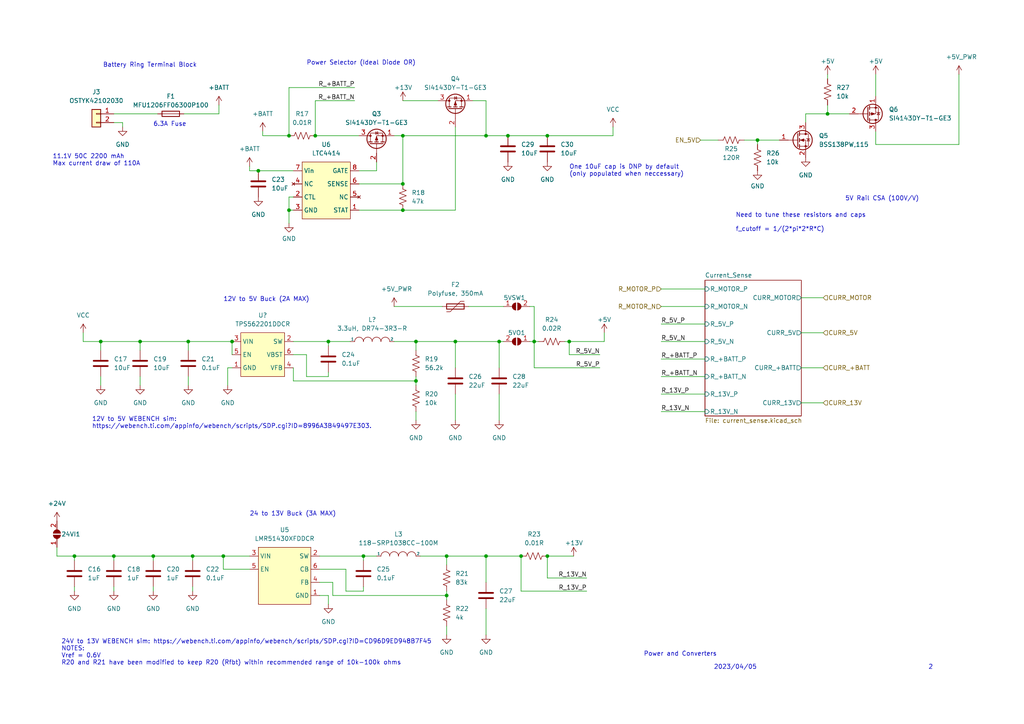
<source format=kicad_sch>
(kicad_sch (version 20230121) (generator eeschema)
  (paper "A4")
  (lib_symbols
    (symbol "+13V_1" (power) (in_bom no) (on_board no)
      (property "Value" "+13V_1" (at 0 3.81 0))
      (symbol "+13V_1_1_1"
        (polyline (pts (xy -0.635 1.27) (xy 0 2.54)))
        (polyline (pts (xy 0 0) (xy 0 2.54)))
        (polyline (pts (xy 0 2.54) (xy 0.762 1.27)))
        (pin power_in line (at 0 0 90) (length 2.54) hide (name "+13V") (number "1"))
      )
    )
    (symbol "Connector_Generic:Conn_01x02" (pin_names (offset 1.016) hide)
      (property "Reference" "J" (at 0 2.54 0))
      (property "Value" "Conn_01x02" (at 0 -5.08 0))
      (symbol "Conn_01x02_1_1"
        (rectangle (start -1.27 -2.413) (end 0 -2.667) (stroke (width 0.1524)))
        (rectangle (start -1.27 0.127) (end 0 -0.127) (stroke (width 0.1524)))
        (rectangle (start -1.27 1.27) (end 1.27 -3.81) (stroke (width 0.254)) (fill (type background)))
        (pin passive line (at -5.08 0 0) (length 3.81) (name "Pin_1") (number "1"))
        (pin passive line (at -5.08 -2.54 0) (length 3.81) (name "Pin_2") (number "2"))
      )
    )
    (symbol "Device:C" (pin_numbers hide) (pin_names (offset 0.254))
      (property "Reference" "C" (at 0.635 2.54 0))
      (property "Value" "C" (at 0.635 -2.54 0))
      (symbol "C_0_1"
        (polyline (pts (xy -2.032 -0.762) (xy 2.032 -0.762)) (stroke (width 0.508)))
        (polyline (pts (xy -2.032 0.762) (xy 2.032 0.762)) (stroke (width 0.508)))
      )
      (symbol "C_1_1"
        (pin passive line (at 0 3.81 270) (length 2.794) (name "~") (number "1"))
        (pin passive line (at 0 -3.81 90) (length 2.794) (name "~") (number "2"))
      )
    )
    (symbol "Device:Fuse" (pin_numbers hide) (pin_names (offset 0))
      (property "Reference" "F" (at 2.032 0 90))
      (property "Value" "Fuse" (at -1.905 0 90))
      (symbol "Fuse_0_1"
        (rectangle (start -0.762 -2.54) (end 0.762 2.54) (stroke (width 0.254)))
        (polyline (pts (xy 0 2.54) (xy 0 -2.54)))
      )
      (symbol "Fuse_1_1"
        (pin passive line (at 0 3.81 270) (length 1.27) (name "~") (number "1"))
        (pin passive line (at 0 -3.81 90) (length 1.27) (name "~") (number "2"))
      )
    )
    (symbol "Device:Polyfuse" (pin_numbers hide) (pin_names (offset 0))
      (property "Reference" "F" (at -2.54 0 90))
      (property "Value" "Polyfuse" (at 2.54 0 90))
      (symbol "Polyfuse_0_1"
        (rectangle (start -0.762 2.54) (end 0.762 -2.54) (stroke (width 0.254)))
        (polyline (pts (xy 0 2.54) (xy 0 -2.54)))
        (polyline (pts (xy -1.524 2.54) (xy -1.524 1.524) (xy 1.524 -1.524) (xy 1.524 -2.54)))
      )
      (symbol "Polyfuse_1_1"
        (pin passive line (at 0 3.81 270) (length 1.27) (name "~") (number "1"))
        (pin passive line (at 0 -3.81 90) (length 1.27) (name "~") (number "2"))
      )
    )
    (symbol "Device:Q_NMOS_GSD" (pin_names (offset 0) hide)
      (property "Reference" "Q" (at 5.08 1.27 0))
      (property "Value" "Q_NMOS_GSD" (at 5.08 -1.27 0))
      (symbol "Q_NMOS_GSD_0_1"
        (polyline (pts (xy 0.254 0) (xy -2.54 0)))
        (polyline (pts (xy 0.254 1.905) (xy 0.254 -1.905)) (stroke (width 0.254)))
        (polyline (pts (xy 0.762 -1.27) (xy 0.762 -2.286)) (stroke (width 0.254)))
        (polyline (pts (xy 0.762 0.508) (xy 0.762 -0.508)) (stroke (width 0.254)))
        (polyline (pts (xy 0.762 2.286) (xy 0.762 1.27)) (stroke (width 0.254)))
        (polyline (pts (xy 2.54 2.54) (xy 2.54 1.778)))
        (polyline (pts (xy 2.54 -2.54) (xy 2.54 0) (xy 0.762 0)))
        (polyline (pts (xy 0.762 -1.778) (xy 3.302 -1.778) (xy 3.302 1.778) (xy 0.762 1.778)))
        (polyline (pts (xy 1.016 0) (xy 2.032 0.381) (xy 2.032 -0.381) (xy 1.016 0)) (fill (type outline)))
        (polyline (pts (xy 2.794 0.508) (xy 2.921 0.381) (xy 3.683 0.381) (xy 3.81 0.254)))
        (polyline (pts (xy 3.302 0.381) (xy 2.921 -0.254) (xy 3.683 -0.254) (xy 3.302 0.381)))
        (circle (center 1.651 0) (radius 2.794) (stroke (width 0.254)))
        (circle (center 2.54 -1.778) (radius 0.254) (fill (type outline)))
        (circle (center 2.54 1.778) (radius 0.254) (fill (type outline)))
      )
      (symbol "Q_NMOS_GSD_1_1"
        (pin input line (at -5.08 0 0) (length 2.54) (name "G") (number "1"))
        (pin passive line (at 2.54 -5.08 90) (length 2.54) (name "S") (number "2"))
        (pin passive line (at 2.54 5.08 270) (length 2.54) (name "D") (number "3"))
      )
    )
    (symbol "Device:Q_PMOS_SGD" (pin_names (offset 0) hide)
      (property "Reference" "Q" (at 5.08 1.27 0))
      (property "Value" "Q_PMOS_SGD" (at 5.08 -1.27 0))
      (symbol "Q_PMOS_SGD_0_1"
        (polyline (pts (xy 0.254 0) (xy -2.54 0)))
        (polyline (pts (xy 0.254 1.905) (xy 0.254 -1.905)) (stroke (width 0.254)))
        (polyline (pts (xy 0.762 -1.27) (xy 0.762 -2.286)) (stroke (width 0.254)))
        (polyline (pts (xy 0.762 0.508) (xy 0.762 -0.508)) (stroke (width 0.254)))
        (polyline (pts (xy 0.762 2.286) (xy 0.762 1.27)) (stroke (width 0.254)))
        (polyline (pts (xy 2.54 2.54) (xy 2.54 1.778)))
        (polyline (pts (xy 2.54 -2.54) (xy 2.54 0) (xy 0.762 0)))
        (polyline (pts (xy 0.762 1.778) (xy 3.302 1.778) (xy 3.302 -1.778) (xy 0.762 -1.778)))
        (polyline (pts (xy 2.286 0) (xy 1.27 0.381) (xy 1.27 -0.381) (xy 2.286 0)) (fill (type outline)))
        (polyline (pts (xy 2.794 -0.508) (xy 2.921 -0.381) (xy 3.683 -0.381) (xy 3.81 -0.254)))
        (polyline (pts (xy 3.302 -0.381) (xy 2.921 0.254) (xy 3.683 0.254) (xy 3.302 -0.381)))
        (circle (center 1.651 0) (radius 2.794) (stroke (width 0.254)))
        (circle (center 2.54 -1.778) (radius 0.254) (fill (type outline)))
        (circle (center 2.54 1.778) (radius 0.254) (fill (type outline)))
      )
      (symbol "Q_PMOS_SGD_1_1"
        (pin passive line (at 2.54 -5.08 90) (length 2.54) (name "S") (number "1"))
        (pin input line (at -5.08 0 0) (length 2.54) (name "G") (number "2"))
        (pin passive line (at 2.54 5.08 270) (length 2.54) (name "D") (number "3"))
      )
    )
    (symbol "Device:R_US" (pin_numbers hide) (pin_names (offset 0))
      (property "Reference" "R" (at 2.54 0 90))
      (property "Value" "R_US" (at -2.54 0 90))
      (symbol "R_US_0_1"
        (polyline (pts (xy 0 -2.286) (xy 0 -2.54)))
        (polyline (pts (xy 0 2.286) (xy 0 2.54)))
        (polyline (pts (xy 0 -0.762) (xy 1.016 -1.143) (xy 0 -1.524) (xy -1.016 -1.905) (xy 0 -2.286)))
        (polyline (pts (xy 0 0.762) (xy 1.016 0.381) (xy 0 0) (xy -1.016 -0.381) (xy 0 -0.762)))
        (polyline (pts (xy 0 2.286) (xy 1.016 1.905) (xy 0 1.524) (xy -1.016 1.143) (xy 0 0.762)))
      )
      (symbol "R_US_1_1"
        (pin passive line (at 0 3.81 270) (length 1.27) (name "~") (number "1"))
        (pin passive line (at 0 -3.81 90) (length 1.27) (name "~") (number "2"))
      )
    )
    (symbol "Jumper:SolderJumper_2_Open" (pin_names (offset 0) hide)
      (property "Reference" "JP" (at 0 2.032 0))
      (property "Value" "SolderJumper_2_Open" (at 0 -2.54 0))
      (symbol "SolderJumper_2_Open_0_1"
        (arc (start -0.254 1.016) (mid -1.2656 0) (end -0.254 -1.016))
        (arc (start -0.254 1.016) (mid -1.2656 0) (end -0.254 -1.016) (fill (type outline)))
        (polyline (pts (xy -0.254 1.016) (xy -0.254 -1.016)))
        (polyline (pts (xy 0.254 1.016) (xy 0.254 -1.016)))
        (arc (start 0.254 -1.016) (mid 1.2656 0) (end 0.254 1.016))
        (arc (start 0.254 -1.016) (mid 1.2656 0) (end 0.254 1.016) (fill (type outline)))
      )
      (symbol "SolderJumper_2_Open_1_1"
        (pin passive line (at -3.81 0 0) (length 2.54) (name "A") (number "1"))
        (pin passive line (at 3.81 0 180) (length 2.54) (name "B") (number "2"))
      )
    )
    (symbol "charging_on_the_pad:+13V" (power) (in_bom no) (on_board no)
      (property "Value" "+13V" (at 0 3.81 0))
      (symbol "+13V_1_1"
        (polyline (pts (xy -0.635 1.27) (xy 0 2.54)))
        (polyline (pts (xy 0 0) (xy 0 2.54)))
        (polyline (pts (xy 0 2.54) (xy 0.762 1.27)))
        (pin power_in line (at 0 0 90) (length 2.54) hide (name "+13V") (number "1"))
      )
    )
    (symbol "charging_on_the_pad:+5V_SW" (power) (in_bom no) (on_board no)
      (property "Value" "+5V_SW" (at 0 3.81 0))
      (symbol "+5V_SW_1_1"
        (polyline (pts (xy -0.635 1.27) (xy 0 2.54)))
        (polyline (pts (xy 0 0) (xy 0 2.54)))
        (polyline (pts (xy 0 2.54) (xy 0.762 1.27)))
        (pin power_in line (at 0 0 90) (length 2.54) hide (name "+5V_PWR") (number "1"))
      )
    )
    (symbol "charging_on_the_pad:LMR51430XFDDCR"
      (property "Reference" "U5" (at 0 11.43 0))
      (property "Value" "LMR51430XFDDCR" (at 0 8.89 0))
      (symbol "LMR51430XFDDCR_0_1"
        (rectangle (start -7.62 7.62) (end 7.62 -8.89) (fill (type background)))
      )
      (symbol "LMR51430XFDDCR_1_1"
        (pin power_in line (at 10.16 -6.35 180) (length 2.54) (name "GND") (number "1"))
        (pin power_out line (at 10.16 5.08 180) (length 2.54) (name "SW") (number "2"))
        (pin power_in line (at -10.16 5.08 0) (length 2.54) (name "VIN") (number "3"))
        (pin input line (at 10.16 -2.54 180) (length 2.54) (name "FB") (number "4"))
        (pin input line (at -10.16 1.27 0) (length 2.54) (name "EN") (number "5"))
        (pin power_out line (at 10.16 1.27 180) (length 2.54) (name "CB") (number "6"))
      )
    )
    (symbol "charging_on_the_pad:LTC4414"
      (property "Reference" "U" (at 0 1.27 0))
      (property "Value" "LTC4414" (at 3.81 -17.78 0))
      (symbol "LTC4414_0_1"
        (rectangle (start 0 0) (end 13.97 -16.51) (fill (type background)))
      )
      (symbol "LTC4414_1_1"
        (pin output line (at 16.51 -13.97 180) (length 2.54) (name "STAT") (number "1"))
        (pin input line (at -2.54 -10.16 0) (length 2.54) (name "CTL") (number "2"))
        (pin power_in line (at -2.54 -13.97 0) (length 2.54) (name "GND") (number "3"))
        (pin no_connect line (at -2.54 -6.35 0) (length 2.54) (name "NC") (number "4"))
        (pin no_connect line (at 16.51 -10.16 180) (length 2.54) (name "NC") (number "5"))
        (pin input line (at 16.51 -6.35 180) (length 2.54) (name "SENSE") (number "6"))
        (pin power_in line (at -2.54 -2.54 0) (length 2.54) (name "Vin") (number "7"))
        (pin output line (at 16.51 -2.54 180) (length 2.54) (name "GATE") (number "8"))
      )
    )
    (symbol "charging_on_the_pad:TPS562201DDCR"
      (property "Reference" "U" (at 0 1.27 0))
      (property "Value" "TPS562201DDCR" (at 7.62 -13.97 0))
      (symbol "TPS562201DDCR_0_1"
        (rectangle (start 0 0) (end 12.7 -12.7) (fill (type background)))
      )
      (symbol "TPS562201DDCR_1_1"
        (pin power_in line (at -2.54 -10.16 0) (length 2.54) (name "GND") (number "1"))
        (pin power_out line (at 15.24 -2.54 180) (length 2.54) (name "SW") (number "2"))
        (pin power_in line (at -2.54 -2.54 0) (length 2.54) (name "VIN") (number "3"))
        (pin input line (at 15.24 -10.16 180) (length 2.54) (name "VFB") (number "4"))
        (pin input line (at -2.54 -6.35 0) (length 2.54) (name "EN") (number "5"))
        (pin power_in line (at 15.24 -6.35 180) (length 2.54) (name "VBST") (number "6"))
      )
    )
    (symbol "power:+24V" (power) (pin_names (offset 0))
      (property "Value" "+24V" (at 0 3.556 0))
      (symbol "+24V_0_1"
        (polyline (pts (xy -0.762 1.27) (xy 0 2.54)))
        (polyline (pts (xy 0 0) (xy 0 2.54)))
        (polyline (pts (xy 0 2.54) (xy 0.762 1.27)))
      )
      (symbol "+24V_1_1"
        (pin power_in line (at 0 0 90) (length 0) hide (name "+24V") (number "1"))
      )
    )
    (symbol "power:+5V" (power) (pin_names (offset 0))
      (property "Value" "+5V" (at 0 3.556 0))
      (symbol "+5V_0_1"
        (polyline (pts (xy -0.762 1.27) (xy 0 2.54)))
        (polyline (pts (xy 0 0) (xy 0 2.54)))
        (polyline (pts (xy 0 2.54) (xy 0.762 1.27)))
      )
      (symbol "+5V_1_1"
        (pin power_in line (at 0 0 90) (length 0) hide (name "+5V") (number "1"))
      )
    )
    (symbol "power:+BATT" (power) (pin_names (offset 0))
      (property "Value" "+BATT" (at 0 3.556 0))
      (symbol "+BATT_0_1"
        (polyline (pts (xy -0.762 1.27) (xy 0 2.54)))
        (polyline (pts (xy 0 0) (xy 0 2.54)))
        (polyline (pts (xy 0 2.54) (xy 0.762 1.27)))
      )
      (symbol "+BATT_1_1"
        (pin power_in line (at 0 0 90) (length 0) hide (name "+BATT") (number "1"))
      )
    )
    (symbol "power:GND" (power) (pin_names (offset 0))
      (property "Value" "GND" (at 0 -3.81 0))
      (symbol "GND_0_1"
        (polyline (pts (xy 0 0) (xy 0 -1.27) (xy 1.27 -1.27) (xy 0 -2.54) (xy -1.27 -1.27) (xy 0 -1.27)))
      )
      (symbol "GND_1_1"
        (pin power_in line (at 0 0 270) (length 0) hide (name "GND") (number "1"))
      )
    )
    (symbol "power:VCC" (power) (pin_names (offset 0))
      (property "Value" "VCC" (at 0 3.81 0))
      (symbol "VCC_0_1"
        (polyline (pts (xy -0.762 1.27) (xy 0 2.54)))
        (polyline (pts (xy 0 0) (xy 0 2.54)))
        (polyline (pts (xy 0 2.54) (xy 0.762 1.27)))
      )
      (symbol "VCC_1_1"
        (pin power_in line (at 0 0 90) (length 0) hide (name "VCC") (number "1"))
      )
    )
    (symbol "pspice:INDUCTOR" (pin_numbers hide) (pin_names (offset 0))
      (property "Reference" "L" (at 0 2.54 0))
      (property "Value" "INDUCTOR" (at 0 -1.27 0))
      (symbol "INDUCTOR_0_1"
        (arc (start -2.54 0) (mid -3.81 1.2645) (end -5.08 0))
        (arc (start 0 0) (mid -1.27 1.2645) (end -2.54 0))
        (arc (start 2.54 0) (mid 1.27 1.2645) (end 0 0))
        (arc (start 5.08 0) (mid 3.81 1.2645) (end 2.54 0))
      )
      (symbol "INDUCTOR_1_1"
        (pin input line (at -6.35 0 0) (length 1.27) (name "1") (number "1"))
        (pin input line (at 6.35 0 180) (length 1.27) (name "2") (number "2"))
      )
    )
  )
  (junction (at 95.25 99.06))
  (junction (at 83.82 39.37))
  (junction (at 91.44 39.37))
  (junction (at 120.65 99.06))
  (junction (at 129.54 161.29))
  (junction (at 151.13 161.29))
  (junction (at 144.78 99.06))
  (junction (at 154.94 99.06))
  (junction (at 21.59 161.29))
  (junction (at 83.82 60.96))
  (junction (at 74.93 49.53))
  (junction (at 240.03 33.02))
  (junction (at 116.84 60.96))
  (junction (at 33.02 161.29))
  (junction (at 140.97 39.37))
  (junction (at 29.21 99.06))
  (junction (at 120.65 110.49))
  (junction (at 64.77 161.29))
  (junction (at 55.88 161.29))
  (junction (at 219.71 40.64))
  (junction (at 105.41 161.29))
  (junction (at 165.1 99.06))
  (junction (at 140.97 161.29))
  (junction (at 132.08 99.06))
  (junction (at 44.45 161.29))
  (junction (at 116.84 39.37))
  (junction (at 147.32 39.37))
  (junction (at 116.84 53.34))
  (junction (at 54.61 99.06))
  (junction (at 40.64 99.06))
  (junction (at 158.75 39.37))
  (junction (at 158.75 161.29))
  (junction (at 129.54 172.72))
  (junction (at 67.31 99.06))
  (wire (pts (xy 132.08 106.68) (xy 132.08 99.06)))
  (wire (pts (xy 91.44 39.37) (xy 104.14 39.37)))
  (wire (pts (xy 21.59 162.56) (xy 21.59 161.29)))
  (wire (pts (xy 203.2 40.64) (xy 208.28 40.64)))
  (wire (pts (xy 240.03 30.48) (xy 240.03 33.02)))
  (wire (pts (xy 44.45 161.29) (xy 55.88 161.29)))
  (wire (pts (xy 154.94 99.06) (xy 156.21 99.06)))
  (wire (pts (xy 154.94 106.68) (xy 173.99 106.68)))
  (wire (pts (xy 33.02 161.29) (xy 44.45 161.29)))
  (wire (pts (xy 140.97 161.29) (xy 140.97 168.91)))
  (wire (pts (xy 140.97 29.21) (xy 140.97 39.37)))
  (wire (pts (xy 144.78 99.06) (xy 146.05 99.06)))
  (wire (pts (xy 105.41 161.29) (xy 105.41 162.56)))
  (wire (pts (xy 21.59 170.18) (xy 21.59 171.45)))
  (wire (pts (xy 151.13 171.45) (xy 170.18 171.45)))
  (wire (pts (xy 114.3 88.9) (xy 128.27 88.9)))
  (wire (pts (xy 158.75 161.29) (xy 166.37 161.29)))
  (wire (pts (xy 109.22 49.53) (xy 109.22 46.99)))
  (wire (pts (xy 219.71 40.64) (xy 219.71 41.91)))
  (wire (pts (xy 144.78 106.68) (xy 144.78 99.06)))
  (wire (pts (xy 29.21 99.06) (xy 40.64 99.06)))
  (wire (pts (xy 35.56 35.56) (xy 35.56 36.83)))
  (wire (pts (xy 96.52 168.91) (xy 96.52 172.72)))
  (wire (pts (xy 175.26 96.52) (xy 175.26 99.06)))
  (wire (pts (xy 63.5 33.02) (xy 63.5 30.48)))
  (wire (pts (xy 116.84 60.96) (xy 132.08 60.96)))
  (wire (pts (xy 120.65 99.06) (xy 114.3 99.06)))
  (wire (pts (xy 64.77 161.29) (xy 64.77 165.1)))
  (wire (pts (xy 153.67 88.9) (xy 154.94 88.9)))
  (wire (pts (xy 120.65 110.49) (xy 120.65 109.22)))
  (wire (pts (xy 232.41 116.84) (xy 238.76 116.84)))
  (wire (pts (xy 40.64 109.22) (xy 40.64 111.76)))
  (wire (pts (xy 102.87 25.4) (xy 83.82 25.4)))
  (wire (pts (xy 91.44 39.37) (xy 91.44 29.21)))
  (wire (pts (xy 54.61 99.06) (xy 67.31 99.06)))
  (wire (pts (xy 278.13 21.59) (xy 278.13 41.91)))
  (wire (pts (xy 232.41 86.36) (xy 238.76 86.36)))
  (wire (pts (xy 92.71 168.91) (xy 96.52 168.91)))
  (wire (pts (xy 83.82 57.15) (xy 85.09 57.15)))
  (wire (pts (xy 72.39 165.1) (xy 64.77 165.1)))
  (wire (pts (xy 254 21.59) (xy 254 27.94)))
  (wire (pts (xy 116.84 29.21) (xy 127 29.21)))
  (wire (pts (xy 158.75 161.29) (xy 158.75 167.64)))
  (wire (pts (xy 165.1 99.06) (xy 165.1 102.87)))
  (wire (pts (xy 44.45 170.18) (xy 44.45 171.45)))
  (wire (pts (xy 95.25 99.06) (xy 95.25 100.33)))
  (wire (pts (xy 105.41 161.29) (xy 109.22 161.29)))
  (wire (pts (xy 191.77 93.98) (xy 204.47 93.98)))
  (wire (pts (xy 95.25 172.72) (xy 95.25 175.26)))
  (wire (pts (xy 40.64 99.06) (xy 40.64 101.6)))
  (wire (pts (xy 154.94 99.06) (xy 154.94 106.68)))
  (wire (pts (xy 240.03 21.59) (xy 240.03 22.86)))
  (wire (pts (xy 66.04 111.76) (xy 66.04 106.68)))
  (wire (pts (xy 153.67 99.06) (xy 154.94 99.06)))
  (wire (pts (xy 165.1 102.87) (xy 173.99 102.87)))
  (wire (pts (xy 151.13 161.29) (xy 151.13 171.45)))
  (wire (pts (xy 129.54 161.29) (xy 129.54 163.83)))
  (wire (pts (xy 21.59 161.29) (xy 33.02 161.29)))
  (wire (pts (xy 85.09 99.06) (xy 95.25 99.06)))
  (wire (pts (xy 64.77 161.29) (xy 72.39 161.29)))
  (wire (pts (xy 135.89 88.9) (xy 146.05 88.9)))
  (wire (pts (xy 254 41.91) (xy 278.13 41.91)))
  (wire (pts (xy 76.2 39.37) (xy 76.2 38.1)))
  (wire (pts (xy 219.71 40.64) (xy 226.06 40.64)))
  (wire (pts (xy 55.88 161.29) (xy 64.77 161.29)))
  (wire (pts (xy 29.21 109.22) (xy 29.21 111.76)))
  (wire (pts (xy 233.68 33.02) (xy 233.68 35.56)))
  (wire (pts (xy 132.08 36.83) (xy 132.08 60.96)))
  (wire (pts (xy 83.82 25.4) (xy 83.82 39.37)))
  (wire (pts (xy 191.77 119.38) (xy 204.47 119.38)))
  (wire (pts (xy 95.25 107.95) (xy 95.25 109.22)))
  (wire (pts (xy 121.92 161.29) (xy 129.54 161.29)))
  (wire (pts (xy 83.82 64.77) (xy 83.82 60.96)))
  (wire (pts (xy 233.68 33.02) (xy 240.03 33.02)))
  (wire (pts (xy 129.54 172.72) (xy 129.54 173.99)))
  (wire (pts (xy 55.88 170.18) (xy 55.88 171.45)))
  (wire (pts (xy 83.82 60.96) (xy 85.09 60.96)))
  (wire (pts (xy 140.97 39.37) (xy 147.32 39.37)))
  (wire (pts (xy 129.54 171.45) (xy 129.54 172.72)))
  (wire (pts (xy 240.03 33.02) (xy 246.38 33.02)))
  (wire (pts (xy 132.08 99.06) (xy 144.78 99.06)))
  (wire (pts (xy 191.77 83.82) (xy 204.47 83.82)))
  (wire (pts (xy 67.31 102.87) (xy 67.31 99.06)))
  (wire (pts (xy 254 38.1) (xy 254 41.91)))
  (wire (pts (xy 24.13 99.06) (xy 29.21 99.06)))
  (wire (pts (xy 104.14 60.96) (xy 116.84 60.96)))
  (wire (pts (xy 53.34 33.02) (xy 63.5 33.02)))
  (wire (pts (xy 95.25 99.06) (xy 101.6 99.06)))
  (wire (pts (xy 66.04 106.68) (xy 67.31 106.68)))
  (wire (pts (xy 100.33 165.1) (xy 100.33 171.45)))
  (wire (pts (xy 191.77 99.06) (xy 204.47 99.06)))
  (wire (pts (xy 33.02 35.56) (xy 35.56 35.56)))
  (wire (pts (xy 29.21 101.6) (xy 29.21 99.06)))
  (wire (pts (xy 33.02 162.56) (xy 33.02 161.29)))
  (wire (pts (xy 158.75 167.64) (xy 170.18 167.64)))
  (wire (pts (xy 33.02 170.18) (xy 33.02 171.45)))
  (wire (pts (xy 92.71 161.29) (xy 105.41 161.29)))
  (wire (pts (xy 158.75 39.37) (xy 177.8 39.37)))
  (wire (pts (xy 120.65 101.6) (xy 120.65 99.06)))
  (wire (pts (xy 165.1 99.06) (xy 175.26 99.06)))
  (wire (pts (xy 96.52 172.72) (xy 129.54 172.72)))
  (wire (pts (xy 85.09 110.49) (xy 120.65 110.49)))
  (wire (pts (xy 191.77 109.22) (xy 204.47 109.22)))
  (wire (pts (xy 16.51 158.75) (xy 16.51 161.29)))
  (wire (pts (xy 132.08 114.3) (xy 132.08 121.92)))
  (wire (pts (xy 191.77 104.14) (xy 204.47 104.14)))
  (wire (pts (xy 91.44 29.21) (xy 102.87 29.21)))
  (wire (pts (xy 76.2 39.37) (xy 83.82 39.37)))
  (wire (pts (xy 154.94 88.9) (xy 154.94 99.06)))
  (wire (pts (xy 137.16 29.21) (xy 140.97 29.21)))
  (wire (pts (xy 129.54 161.29) (xy 140.97 161.29)))
  (wire (pts (xy 232.41 96.52) (xy 238.76 96.52)))
  (wire (pts (xy 232.41 106.68) (xy 238.76 106.68)))
  (wire (pts (xy 116.84 39.37) (xy 140.97 39.37)))
  (wire (pts (xy 191.77 88.9) (xy 204.47 88.9)))
  (wire (pts (xy 191.77 114.3) (xy 204.47 114.3)))
  (wire (pts (xy 88.9 109.22) (xy 95.25 109.22)))
  (wire (pts (xy 54.61 99.06) (xy 54.61 101.6)))
  (wire (pts (xy 177.8 36.83) (xy 177.8 39.37)))
  (wire (pts (xy 120.65 110.49) (xy 120.65 111.76)))
  (wire (pts (xy 92.71 172.72) (xy 95.25 172.72)))
  (wire (pts (xy 104.14 49.53) (xy 109.22 49.53)))
  (wire (pts (xy 129.54 181.61) (xy 129.54 184.15)))
  (wire (pts (xy 140.97 161.29) (xy 151.13 161.29)))
  (wire (pts (xy 85.09 106.68) (xy 85.09 110.49)))
  (wire (pts (xy 140.97 176.53) (xy 140.97 184.15)))
  (wire (pts (xy 144.78 114.3) (xy 144.78 121.92)))
  (wire (pts (xy 54.61 109.22) (xy 54.61 111.76)))
  (wire (pts (xy 163.83 99.06) (xy 165.1 99.06)))
  (wire (pts (xy 100.33 171.45) (xy 105.41 171.45)))
  (wire (pts (xy 44.45 162.56) (xy 44.45 161.29)))
  (wire (pts (xy 40.64 99.06) (xy 54.61 99.06)))
  (wire (pts (xy 88.9 102.87) (xy 88.9 109.22)))
  (wire (pts (xy 116.84 39.37) (xy 116.84 53.34)))
  (wire (pts (xy 120.65 99.06) (xy 132.08 99.06)))
  (wire (pts (xy 55.88 161.29) (xy 55.88 162.56)))
  (wire (pts (xy 120.65 119.38) (xy 120.65 121.92)))
  (wire (pts (xy 104.14 53.34) (xy 116.84 53.34)))
  (wire (pts (xy 147.32 39.37) (xy 158.75 39.37)))
  (wire (pts (xy 74.93 49.53) (xy 85.09 49.53)))
  (wire (pts (xy 24.13 96.52) (xy 24.13 99.06)))
  (wire (pts (xy 114.3 39.37) (xy 116.84 39.37)))
  (wire (pts (xy 92.71 165.1) (xy 100.33 165.1)))
  (wire (pts (xy 16.51 161.29) (xy 21.59 161.29)))
  (wire (pts (xy 83.82 60.96) (xy 83.82 57.15)))
  (wire (pts (xy 33.02 33.02) (xy 45.72 33.02)))
  (wire (pts (xy 215.9 40.64) (xy 219.71 40.64)))
  (wire (pts (xy 72.39 49.53) (xy 74.93 49.53)))
  (wire (pts (xy 88.9 102.87) (xy 85.09 102.87)))
  (wire (pts (xy 105.41 171.45) (xy 105.41 170.18)))
  (wire (pts (xy 72.39 48.26) (xy 72.39 49.53)))
  (text "12V to 5V WEBENCH sim:\nhttps://webench.ti.com/appinfo/webench/scripts/SDP.cgi?ID=8996A3B49497E303." (at 26.67 124.46 0) (effects (font (size 1.27 1.27)) (justify left bottom)))
  (text "Power Selector (Ideal Diode OR)" (at 88.9 19.05 0) (effects (font (size 1.27 1.27)) (justify left bottom)))
  (text "Need to tune these resistors and caps\n\nf_cutoff = 1/(2*pi*2*R*C)" (at 213.36 67.31 0) (effects (font (size 1.27 1.27)) (justify left bottom)))
  (text "24 to 13V Buck (3A MAX)\n" (at 72.39 149.86 0) (effects (font (size 1.27 1.27)) (justify left bottom)))
  (text "2" (at 269.24 194.31 0) (effects (font (size 1.27 1.27)) (justify left bottom)))
  (text "Battery Ring Terminal Block\n" (at 29.845 19.685 0) (effects (font (size 1.27 1.27)) (justify left bottom)))
  (text "2023/04/05\n" (at 207.01 194.31 0) (effects (font (size 1.27 1.27)) (justify left bottom)))
  (text "6.3A Fuse\n" (at 44.45 36.83 0) (effects (font (size 1.27 1.27)) (justify left bottom)))
  (text "24V to 13V WEBENCH sim: https://webench.ti.com/appinfo/webench/scripts/SDP.cgi?ID=CD96D9ED948B7F45\nNOTES: \nVref = 0.6V\nR20 and R21 have been modified to keep R20 (Rfbt) within recommended range of 10k-100k ohms" (at 17.78 193.04 0) (effects (font (size 1.27 1.27)) (justify left bottom)))
  (text "One 10uF cap is DNP by default\n(only populated when neccessary)\n\n" (at 165.1 53.34 0) (effects (font (size 1.27 1.27)) (justify left bottom)))
  (text "5V Rail CSA (100V/V)\n" (at 245.11 58.42 0) (effects (font (size 1.27 1.27)) (justify left bottom)))
  (text "Power and Converters" (at 186.69 190.5 0) (effects (font (size 1.27 1.27)) (justify left bottom)))
  (text "12V to 5V Buck (2A MAX)\n" (at 64.77 87.63 0) (effects (font (size 1.27 1.27)) (justify left bottom)))
  (text "11.1V 50C 2200 mAh\nMax current draw of 110A" (at 15.24 48.26 0) (effects (font (size 1.27 1.27)) (justify left bottom)))
  (label "R_+BATT_N" (at 102.87 29.21 180))
  (label "R_13V_N" (at 170.18 167.64 180))
  (label "R_5V_N" (at 173.99 102.87 180))
  (label "R_13V_P" (at 191.77 114.3 0))
  (label "R_+BATT_P" (at 102.87 25.4 180))
  (label "R_+BATT_P" (at 191.77 104.14 0))
  (label "R_5V_N" (at 191.77 99.06 0))
  (label "R_5V_P" (at 191.77 93.98 0))
  (label "R_5V_P" (at 173.99 106.68 180))
  (label "R_13V_N" (at 191.77 119.38 0))
  (label "R_+BATT_N" (at 191.77 109.22 0))
  (label "R_13V_P" (at 170.18 171.45 180))
  (hierarchical_label "CURR_5V" (shape input) (at 238.76 96.52 0))
  (hierarchical_label "CURR_13V" (shape input) (at 238.76 116.84 0))
  (hierarchical_label "R_MOTOR_P" (shape input) (at 191.77 83.82 180))
  (hierarchical_label "EN_5V" (shape input) (at 203.2 40.64 180))
  (hierarchical_label "CURR_+BATT" (shape input) (at 238.76 106.68 0))
  (hierarchical_label "CURR_MOTOR" (shape input) (at 238.76 86.36 0))
  (hierarchical_label "R_MOTOR_N" (shape input) (at 191.77 88.9 180))
  (symbol (lib_id "power:GND") (at 29.21 111.76 0) (unit 1)
    (property "Reference" "#PWR045" (effects hide))
    (property "Value" "GND" (at 29.21 116.84 0))
  )
  (symbol (lib_id "charging_on_the_pad:TPS562201DDCR") (at 69.85 96.52 0) (unit 1)
    (property "Reference" "U?" (at 76.2 91.44 0))
    (property "Value" "TPS562201DDCR" (at 76.2 93.98 0))
    (property "Footprint" "Package_TO_SOT_SMD:SOT-23-6_Handsoldering" (effects hide))
  )
  (symbol (lib_id "power:+5V") (at 175.26 96.52 0) (unit 1)
    (property "Reference" "#PWR067" (effects hide))
    (property "Value" "+5V" (at 175.26 92.71 0))
  )
  (symbol (lib_id "Device:C") (at 33.02 166.37 0) (unit 1)
    (property "Reference" "C18" (at 36.83 165.1 0) (effects (justify left)))
    (property "Value" "1uF" (at 36.83 167.64 0) (effects (justify left)))
    (property "Footprint" "Capacitor_SMD:C_0805_2012Metric_Pad1.18x1.45mm_HandSolder" (effects hide))
  )
  (symbol (lib_id "Device:Q_PMOS_SGD") (at 251.46 33.02 0) (mirror x) (unit 1)
    (property "Reference" "Q6" (at 257.81 31.7499 0) (effects (justify left)))
    (property "Value" "SI4143DY-T1-GE3" (at 257.81 34.2899 0) (effects (justify left)))
    (property "Footprint" "charging_on_the_pad:SI4143DY-T1-GE3" (effects hide))
  )
  (symbol (lib_id "Device:Q_NMOS_GSD") (at 231.14 40.64 0) (unit 1)
    (property "Reference" "Q5" (at 237.49 39.37 0) (effects (justify left)))
    (property "Value" "BSS138PW,115" (at 237.49 41.91 0) (effects (justify left)))
    (property "Footprint" "Package_TO_SOT_SMD:SOT-323_SC-70_Handsoldering" (effects hide))
  )
  (symbol (lib_id "power:+BATT") (at 63.5 30.48 0) (unit 1)
    (property "Reference" "#PWR052" (effects hide))
    (property "Value" "+BATT" (at 63.5 25.4 0))
  )
  (symbol (lib_id "Device:C") (at 140.97 172.72 0) (unit 1)
    (property "Reference" "C27" (at 144.78 171.45 0) (effects (justify left)))
    (property "Value" "22uF" (at 144.78 173.99 0) (effects (justify left)))
    (property "Footprint" "Capacitor_SMD:C_1210_3225Metric_Pad1.33x2.70mm_HandSolder" (effects hide))
    (property "Datasheet" "https://product.tdk.com/system/files/dam/doc/product/capacitor/ceramic/mlcc/catalog/mlcc_commercial_general_en.pdf" (effects hide))
  )
  (symbol (lib_id "Device:C") (at 55.88 166.37 0) (unit 1)
    (property "Reference" "C22" (at 59.69 165.1 0) (effects (justify left)))
    (property "Value" "0.1uF" (at 59.69 167.64 0) (effects (justify left)))
    (property "Footprint" "Capacitor_SMD:C_0805_2012Metric_Pad1.18x1.45mm_HandSolder" (effects hide))
  )
  (symbol (lib_id "power:GND") (at 95.25 175.26 0) (unit 1)
    (property "Reference" "#PWR058" (effects hide))
    (property "Value" "GND" (at 95.25 180.34 0))
  )
  (symbol (lib_id "power:GND") (at 66.04 111.76 0) (unit 1)
    (property "Reference" "#PWR053" (effects hide))
    (property "Value" "GND" (at 66.04 116.84 0))
  )
  (symbol (lib_id "power:GND") (at 144.78 121.92 0) (unit 1)
    (property "Reference" "#PWR064" (effects hide))
    (property "Value" "GND" (at 144.78 127 0))
  )
  (symbol (lib_id "power:VCC") (at 177.8 36.83 0) (unit 1)
    (property "Reference" "#PWR068" (effects hide))
    (property "Value" "VCC" (at 177.8 31.75 0))
  )
  (symbol (lib_id "power:GND") (at 233.68 45.72 0) (unit 1)
    (property "Reference" "#PWR070" (effects hide))
    (property "Value" "GND" (at 233.68 50.8 0))
  )
  (symbol (lib_id "power:GND") (at 158.75 46.99 0) (unit 1)
    (property "Reference" "#PWR066" (effects hide))
    (property "Value" "GND" (at 158.75 52.07 0))
  )
  (symbol (lib_id "Connector_Generic:Conn_01x02") (at 27.94 33.02 0) (mirror y) (unit 1)
    (property "Reference" "J3" (at 27.94 26.67 0))
    (property "Value" "OSTYK42102030" (at 27.94 29.21 0))
    (property "Footprint" "canhw_footprints:BarrierBlock_ED2945-ND" (effects hide))
  )
  (symbol (lib_id "pspice:INDUCTOR") (at 107.95 99.06 0) (unit 1)
    (property "Reference" "L?" (at 107.95 92.71 0))
    (property "Value" "3.3uH, DR74-3R3-R" (at 107.95 95.25 0))
    (property "Footprint" "charging_on_the_pad:DR74-3R3-R" (effects hide))
  )
  (symbol (lib_id "Device:C") (at 158.75 43.18 0) (unit 1)
    (property "Reference" "C30" (at 162.56 41.9099 0) (effects (justify left)))
    (property "Value" "10uF" (at 162.56 44.4499 0) (effects (justify left)))
    (property "Footprint" "Capacitor_SMD:C_0805_2012Metric_Pad1.18x1.45mm_HandSolder" (effects hide))
  )
  (symbol (lib_id "power:GND") (at 147.32 46.99 0) (unit 1)
    (property "Reference" "#PWR065" (effects hide))
    (property "Value" "GND" (at 147.32 52.07 0))
  )
  (symbol (lib_id "power:GND") (at 219.71 49.53 0) (unit 1)
    (property "Reference" "#PWR069" (effects hide))
    (property "Value" "GND" (at 219.71 53.975 0))
  )
  (symbol (lib_id "power:VCC") (at 24.13 96.52 0) (unit 1)
    (property "Reference" "#PWR044" (effects hide))
    (property "Value" "VCC" (at 24.13 91.44 0))
  )
  (symbol (lib_id "charging_on_the_pad:LMR51430XFDDCR") (at 82.55 166.37 0) (unit 1)
    (property "Reference" "U5" (at 82.55 153.67 0))
    (property "Value" "LMR51430XFDDCR" (at 82.55 156.21 0))
    (property "Footprint" "Package_TO_SOT_SMD:SOT-23-6_Handsoldering" (effects hide))
    (property "Datasheet" "https://www.ti.com/lit/ds/symlink/lmr51430.pdf" (effects hide))
  )
  (symbol (lib_id "Jumper:SolderJumper_2_Open") (at 149.86 88.9 0) (unit 1)
    (property "Reference" "5VSW1" (at 152.4 86.36 0) (effects (justify right)))
    (property "Value" "SolderJumper_2_Open" (effects hide))
    (property "Footprint" "Jumper:SolderJumper-2_P1.3mm_Open_RoundedPad1.0x1.5mm" (effects hide))
  )
  (symbol (lib_id "power:+BATT") (at 76.2 38.1 0) (unit 1)
    (property "Reference" "#PWR056" (effects hide))
    (property "Value" "+BATT" (at 76.2 33.02 0))
  )
  (symbol (lib_id "Device:C") (at 44.45 166.37 0) (unit 1)
    (property "Reference" "C20" (at 48.26 165.1 0) (effects (justify left)))
    (property "Value" "1uF" (at 48.26 167.64 0) (effects (justify left)))
    (property "Footprint" "Capacitor_SMD:C_0805_2012Metric_Pad1.18x1.45mm_HandSolder" (effects hide))
  )
  (symbol (lib_id "power:GND") (at 44.45 171.45 0) (unit 1)
    (property "Reference" "#PWR049" (effects hide))
    (property "Value" "GND" (at 44.45 176.53 0))
  )
  (symbol (lib_id "Device:Q_PMOS_SGD") (at 109.22 41.91 90) (unit 1)
    (property "Reference" "Q3" (at 109.22 33.02 90))
    (property "Value" "SI4143DY-T1-GE3" (at 109.22 35.56 90))
    (property "Footprint" "charging_on_the_pad:SI4143DY-T1-GE3" (effects hide))
  )
  (symbol (lib_id "power:GND") (at 120.65 121.92 0) (unit 1)
    (property "Reference" "#PWR060" (effects hide))
    (property "Value" "GND" (at 120.65 127 0))
  )
  (symbol (lib_id "Device:C") (at 40.64 105.41 0) (unit 1)
    (property "Reference" "C19" (at 44.45 104.1399 0) (effects (justify left)))
    (property "Value" "10uF" (at 44.45 106.6799 0) (effects (justify left)))
    (property "Footprint" "Capacitor_SMD:C_0805_2012Metric_Pad1.18x1.45mm_HandSolder" (effects hide))
  )
  (symbol (lib_id "power:GND") (at 55.88 171.45 0) (unit 1)
    (property "Reference" "#PWR051" (effects hide))
    (property "Value" "GND" (at 55.88 176.53 0))
  )
  (symbol (lib_id "charging_on_the_pad:+5V_SW") (at 114.3 88.9 0) (unit 1) (in_bom no) (on_board no)
    (property "Reference" "#PWR059" (effects hide))
    (property "Value" "+5V_SW" (at 110.49 83.82 0) (effects (justify left)))
  )
  (symbol (lib_id "charging_on_the_pad:+5V_SW") (at 278.13 21.59 0) (unit 1) (in_bom no) (on_board no)
    (property "Reference" "#PWR073" (effects hide))
    (property "Value" "+5V_SW" (at 274.32 16.51 0) (effects (justify left)))
  )
  (symbol (lib_id "Device:Polyfuse") (at 132.08 88.9 90) (unit 1)
    (property "Reference" "F2" (at 132.08 82.55 90))
    (property "Value" "Polyfuse, 350mA" (at 132.08 85.09 90))
    (property "Footprint" "Fuse:Fuse_1206_3216Metric_Pad1.42x1.75mm_HandSolder" (effects hide))
  )
  (symbol (lib_id "Jumper:SolderJumper_2_Open") (at 149.86 99.06 180) (unit 1)
    (property "Reference" "5VO1" (at 147.32 96.52 0) (effects (justify right)))
    (property "Value" "SolderJumper_2_Open" (effects hide))
    (property "Footprint" "Jumper:SolderJumper-2_P1.3mm_Open_RoundedPad1.0x1.5mm" (effects hide))
  )
  (symbol (lib_id "Jumper:SolderJumper_2_Open") (at 16.51 154.94 90) (unit 1)
    (property "Reference" "24VI1" (at 17.78 154.94 90) (effects (justify right)))
    (property "Value" "SolderJumper_2_Open" (effects hide))
    (property "Footprint" "Jumper:SolderJumper-2_P1.3mm_Open_RoundedPad1.0x1.5mm" (effects hide))
  )
  (symbol (lib_id "power:+5V") (at 240.03 21.59 0) (unit 1)
    (property "Reference" "#PWR071" (effects hide))
    (property "Value" "+5V" (at 240.03 17.78 0))
  )
  (symbol (lib_id "Device:R_US") (at 120.65 105.41 0) (unit 1)
    (property "Reference" "R19" (at 123.19 104.1399 0) (effects (justify left)))
    (property "Value" "56.2k" (at 123.19 106.6799 0) (effects (justify left)))
    (property "Footprint" "Resistor_SMD:R_0805_2012Metric_Pad1.20x1.40mm_HandSolder" (effects hide))
  )
  (symbol (lib_id "power:GND") (at 129.54 184.15 0) (unit 1)
    (property "Reference" "#PWR061" (effects hide))
    (property "Value" "GND" (at 129.54 189.23 0))
  )
  (symbol (lib_id "power:GND") (at 21.59 171.45 0) (unit 1)
    (property "Reference" "#PWR043" (effects hide))
    (property "Value" "GND" (at 21.59 176.53 0))
  )
  (symbol (lib_id "pspice:INDUCTOR") (at 115.57 161.29 0) (unit 1)
    (property "Reference" "L3" (at 115.57 154.94 0))
    (property "Value" "118-SRP1038CC-100M" (at 115.57 157.48 0))
    (property "Footprint" "Inductor_SMD:L_Bourns_SRP1038C_10.0x10.0mm" (effects hide))
    (property "Datasheet" "https://www.bourns.com/docs/Product-Datasheets/SRP1038CC.pdf" (effects hide))
  )
  (symbol (lib_id "Device:R_US") (at 154.94 161.29 90) (unit 1)
    (property "Reference" "R23" (at 154.94 154.94 90))
    (property "Value" "0.01R" (at 154.94 157.48 90))
    (property "Footprint" "Capacitor_SMD:C_1206_3216Metric_Pad1.33x1.80mm_HandSolder" (effects hide))
  )
  (symbol (lib_id "Device:C") (at 21.59 166.37 0) (unit 1)
    (property "Reference" "C16" (at 25.4 165.1 0) (effects (justify left)))
    (property "Value" "1uF" (at 25.4 167.64 0) (effects (justify left)))
    (property "Footprint" "Capacitor_SMD:C_0805_2012Metric_Pad1.18x1.45mm_HandSolder" (effects hide))
  )
  (symbol (lib_id "Device:R_US") (at 212.09 40.64 90) (unit 1)
    (property "Reference" "R25" (at 212.09 43.18 90))
    (property "Value" "120R" (at 212.09 45.72 90))
    (property "Footprint" "Resistor_SMD:R_0805_2012Metric_Pad1.20x1.40mm_HandSolder" (effects hide))
  )
  (symbol (lib_id "power:GND") (at 74.93 57.15 0) (unit 1)
    (property "Reference" "#PWR055" (effects hide))
    (property "Value" "GND" (at 74.93 62.23 0))
  )
  (symbol (lib_id "power:GND") (at 33.02 171.45 0) (unit 1)
    (property "Reference" "#PWR046" (effects hide))
    (property "Value" "GND" (at 33.02 176.53 0))
  )
  (symbol (lib_id "Device:C") (at 29.21 105.41 0) (unit 1)
    (property "Reference" "C17" (at 33.02 104.1399 0) (effects (justify left)))
    (property "Value" "10uF" (at 33.02 106.6799 0) (effects (justify left)))
    (property "Footprint" "Capacitor_SMD:C_0805_2012Metric_Pad1.18x1.45mm_HandSolder" (effects hide))
  )
  (symbol (lib_id "charging_on_the_pad:+13V") (at 166.37 161.29 0) (unit 1) (in_bom no) (on_board no)
    (property "Reference" "#U03" (effects hide))
    (property "Value" "+13V" (at 163.83 157.48 0) (effects (justify left)))
  )
  (symbol (lib_id "Device:R_US") (at 160.02 99.06 270) (unit 1)
    (property "Reference" "R24" (at 160.02 92.71 90))
    (property "Value" "0.02R" (at 160.02 95.25 90))
    (property "Footprint" "Resistor_SMD:R_1206_3216Metric_Pad1.30x1.75mm_HandSolder" (effects hide))
  )
  (symbol (lib_id "Device:R_US") (at 116.84 57.15 0) (unit 1)
    (property "Reference" "R18" (at 119.38 55.8799 0) (effects (justify left)))
    (property "Value" "47k" (at 119.38 58.4199 0) (effects (justify left)))
    (property "Footprint" "Resistor_SMD:R_0805_2012Metric_Pad1.20x1.40mm_HandSolder" (effects hide))
  )
  (symbol (lib_id "power:+BATT") (at 72.39 48.26 0) (unit 1)
    (property "Reference" "#PWR054" (effects hide))
    (property "Value" "+BATT" (at 72.39 43.18 0))
  )
  (symbol (lib_id "Device:C") (at 95.25 104.14 0) (unit 1)
    (property "Reference" "C24" (at 99.06 102.8699 0) (effects (justify left)))
    (property "Value" "0.1uF" (at 99.06 105.4099 0) (effects (justify left)))
    (property "Footprint" "Capacitor_SMD:C_0805_2012Metric_Pad1.18x1.45mm_HandSolder" (effects hide))
  )
  (symbol (lib_id "Device:Fuse") (at 49.53 33.02 270) (unit 1)
    (property "Reference" "F1" (at 49.53 27.94 90))
    (property "Value" "MFU1206FF06300P100" (at 49.53 30.48 90))
    (property "Footprint" "Fuse:Fuse_1206_3216Metric_Pad1.42x1.75mm_HandSolder" (effects hide))
    (property "Datasheet" "https://www.vishay.com/docs/28747/mfuserie.pdf" (effects hide))
  )
  (symbol (lib_id "Device:C") (at 132.08 110.49 0) (unit 1)
    (property "Reference" "C26" (at 135.89 109.2199 0) (effects (justify left)))
    (property "Value" "22uF" (at 135.89 111.7599 0) (effects (justify left)))
    (property "Footprint" "Capacitor_SMD:C_0805_2012Metric_Pad1.18x1.45mm_HandSolder" (effects hide))
  )
  (symbol (lib_id "power:GND") (at 83.82 64.77 0) (unit 1)
    (property "Reference" "#PWR057" (effects hide))
    (property "Value" "GND" (at 83.82 69.215 0))
  )
  (symbol (lib_id "power:GND") (at 132.08 121.92 0) (unit 1)
    (property "Reference" "#PWR062" (effects hide))
    (property "Value" "GND" (at 132.08 127 0))
  )
  (symbol (lib_id "Device:C") (at 54.61 105.41 0) (unit 1)
    (property "Reference" "C21" (at 58.42 104.1399 0) (effects (justify left)))
    (property "Value" "0.1uF" (at 58.42 106.6799 0) (effects (justify left)))
    (property "Footprint" "Capacitor_SMD:C_0805_2012Metric_Pad1.18x1.45mm_HandSolder" (effects hide))
  )
  (symbol (lib_id "Device:C") (at 144.78 110.49 0) (unit 1)
    (property "Reference" "C28" (at 148.59 109.22 0) (effects (justify left)))
    (property "Value" "22uF" (at 148.59 111.7599 0) (effects (justify left)))
    (property "Footprint" "Capacitor_SMD:C_0805_2012Metric_Pad1.18x1.45mm_HandSolder" (effects hide))
  )
  (symbol (lib_id "Device:R_US") (at 120.65 115.57 0) (unit 1)
    (property "Reference" "R20" (at 123.19 114.2999 0) (effects (justify left)))
    (property "Value" "10k" (at 123.19 116.8399 0) (effects (justify left)))
    (property "Footprint" "Resistor_SMD:R_0805_2012Metric_Pad1.20x1.40mm_HandSolder" (effects hide))
  )
  (symbol (lib_id "Device:R_US") (at 87.63 39.37 270) (unit 1)
    (property "Reference" "R17" (at 87.63 33.02 90))
    (property "Value" "0.01R" (at 87.63 35.56 90))
    (property "Footprint" "Capacitor_SMD:C_1206_3216Metric_Pad1.33x1.80mm_HandSolder" (effects hide))
  )
  (symbol (lib_id "Device:R_US") (at 129.54 177.8 0) (unit 1)
    (property "Reference" "R22" (at 132.08 176.53 0) (effects (justify left)))
    (property "Value" "4k" (at 132.08 179.07 0) (effects (justify left)))
    (property "Footprint" "Resistor_SMD:R_0805_2012Metric_Pad1.20x1.40mm_HandSolder" (effects hide))
  )
  (symbol (lib_id "Device:C") (at 147.32 43.18 0) (unit 1)
    (property "Reference" "C29" (at 151.13 41.9099 0) (effects (justify left)))
    (property "Value" "10uF" (at 151.13 44.4499 0) (effects (justify left)))
    (property "Footprint" "Capacitor_SMD:C_0805_2012Metric_Pad1.18x1.45mm_HandSolder" (effects hide))
  )
  (symbol (lib_id "Device:R_US") (at 129.54 167.64 0) (unit 1)
    (property "Reference" "R21" (at 132.08 166.37 0) (effects (justify left)))
    (property "Value" "83k" (at 132.08 168.91 0) (effects (justify left)))
    (property "Footprint" "Resistor_SMD:R_0805_2012Metric_Pad1.20x1.40mm_HandSolder" (effects hide))
  )
  (symbol (lib_id "power:GND") (at 40.64 111.76 0) (unit 1)
    (property "Reference" "#PWR048" (effects hide))
    (property "Value" "GND" (at 40.64 116.84 0))
  )
  (symbol (lib_id "power:+24V") (at 16.51 151.13 0) (unit 1)
    (property "Reference" "#PWR042" (effects hide))
    (property "Value" "+24V" (at 16.51 146.05 0))
  )
  (symbol (lib_id "Device:Q_PMOS_SGD") (at 132.08 31.75 90) (unit 1)
    (property "Reference" "Q4" (at 132.08 22.86 90))
    (property "Value" "SI4143DY-T1-GE3" (at 132.08 25.4 90))
    (property "Footprint" "charging_on_the_pad:SI4143DY-T1-GE3" (effects hide))
  )
  (symbol (lib_id "power:GND") (at 140.97 184.15 0) (unit 1)
    (property "Reference" "#PWR063" (effects hide))
    (property "Value" "GND" (at 140.97 189.23 0))
  )
  (symbol (lib_id "Device:C") (at 105.41 166.37 0) (unit 1)
    (property "Reference" "C25" (at 109.22 165.1 0) (effects (justify left)))
    (property "Value" "0.1uF" (at 109.22 167.64 0) (effects (justify left)))
    (property "Footprint" "Capacitor_SMD:C_0805_2012Metric_Pad1.18x1.45mm_HandSolder" (effects hide))
  )
  (symbol (lib_id "power:GND") (at 35.56 36.83 0) (unit 1)
    (property "Reference" "#PWR047" (effects hide))
    (property "Value" "GND" (at 35.56 41.91 0))
  )
  (symbol (lib_id "Device:C") (at 74.93 53.34 0) (unit 1)
    (property "Reference" "C23" (at 78.74 52.0699 0) (effects (justify left)))
    (property "Value" "10uF" (at 78.74 54.6099 0) (effects (justify left)))
    (property "Footprint" "Capacitor_SMD:C_0805_2012Metric_Pad1.18x1.45mm_HandSolder" (effects hide))
  )
  (symbol (lib_name "+13V_1") (lib_id "charging_on_the_pad:+13V") (at 116.84 29.21 0) (unit 1) (in_bom no) (on_board no)
    (property "Reference" "#U02" (effects hide))
    (property "Value" "+13V" (at 114.3 25.4 0) (effects (justify left)))
  )
  (symbol (lib_id "charging_on_the_pad:LTC4414") (at 87.63 46.99 0) (unit 1)
    (property "Reference" "U6" (at 94.615 41.91 0))
    (property "Value" "LTC4414" (at 94.615 44.45 0))
    (property "Footprint" "charging_on_the_pad:LTC4414" (effects hide))
  )
  (symbol (lib_id "Device:R_US") (at 219.71 45.72 0) (unit 1)
    (property "Reference" "R26" (at 222.25 44.4499 0) (effects (justify left)))
    (property "Value" "10k" (at 222.25 46.9899 0) (effects (justify left)))
    (property "Footprint" "Resistor_SMD:R_0805_2012Metric_Pad1.20x1.40mm_HandSolder" (effects hide))
  )
  (symbol (lib_id "power:+5V") (at 254 21.59 0) (unit 1)
    (property "Reference" "#PWR072" (effects hide))
    (property "Value" "+5V" (at 254 17.78 0))
  )
  (symbol (lib_id "Device:R_US") (at 240.03 26.67 0) (unit 1)
    (property "Reference" "R27" (at 242.57 25.3999 0) (effects (justify left)))
    (property "Value" "10k" (at 242.57 27.9399 0) (effects (justify left)))
    (property "Footprint" "Resistor_SMD:R_0805_2012Metric_Pad1.20x1.40mm_HandSolder" (effects hide))
  )
  (symbol (lib_id "power:GND") (at 54.61 111.76 0) (unit 1)
    (property "Reference" "#PWR050" (effects hide))
    (property "Value" "GND" (at 54.61 116.84 0))
  )
  (sheet (at 204.47 81.28) (size 27.94 39.37) (stroke (width 0.1524))
    (property "Sheetname" "Current_Sense" (at 204.47 80.5684 0) (effects (justify left bottom)))
    (property "Sheetfile" "current_sense.kicad_sch" (at 204.47 121.2346 0) (effects (justify left top)))
    (pin "CURR_5V" output (at 232.41 96.52 0))
    (pin "CURR_MOTOR" output (at 232.41 86.36 0))
    (pin "R_MOTOR_P" input (at 204.47 83.82 180))
    (pin "R_MOTOR_N" input (at 204.47 88.9 180))
    (pin "R_5V_N" input (at 204.47 99.06 180))
    (pin "R_5V_P" input (at 204.47 93.98 180))
    (pin "CURR_+BATT" output (at 232.41 106.68 0))
    (pin "CURR_13V" output (at 232.41 116.84 0))
    (pin "R_+BATT_P" input (at 204.47 104.14 180))
    (pin "R_13V_N" input (at 204.47 119.38 180))
    (pin "R_13V_P" input (at 204.47 114.3 180))
    (pin "R_+BATT_N" input (at 204.47 109.22 180))
  )
)
</source>
